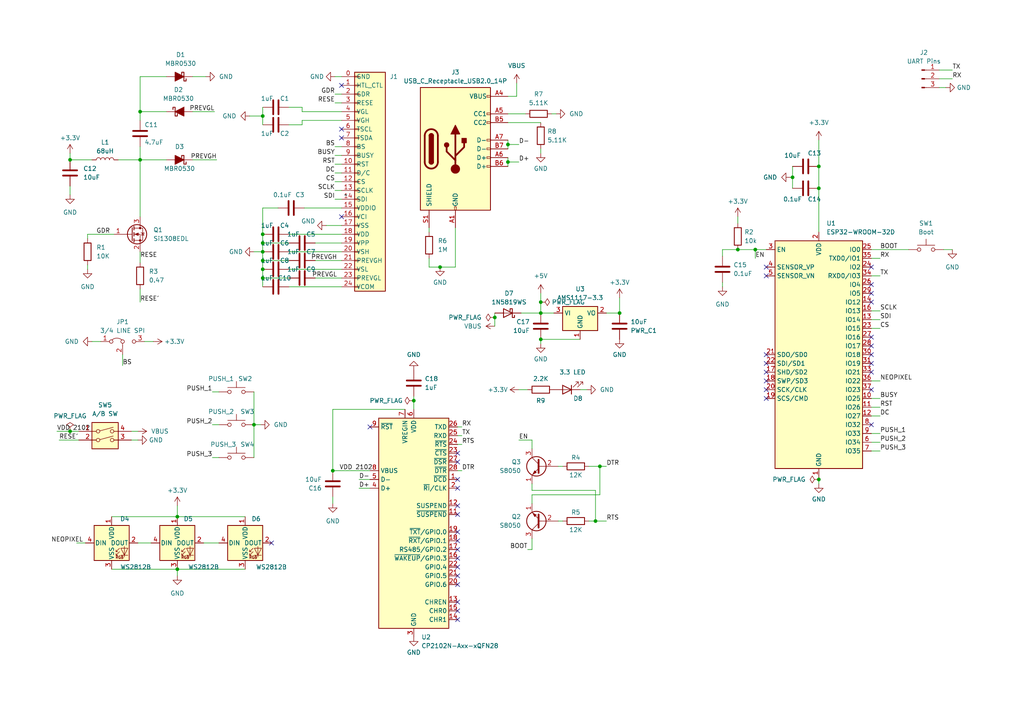
<source format=kicad_sch>
(kicad_sch (version 20230121) (generator eeschema)
  (paper "A4")
  (lib_symbols
    (symbol "Connector:Conn_01x03_Pin" (pin_names (offset 1.016) hide)
      (property "Reference" "J" (at 0 5.08 0))
      (property "Value" "Conn_01x03_Pin" (at 0 -5.08 0))
      (symbol "Conn_01x03_Pin_1_1"
        (pin passive line (at 5.08 2.54 180) (length 3.81) (name "Pin_1") (number "1"))
        (pin passive line (at 5.08 0 180) (length 3.81) (name "Pin_2") (number "2"))
        (pin passive line (at 5.08 -2.54 180) (length 3.81) (name "Pin_3") (number "3"))
      )
    )
    (symbol "Connector:USB_C_Receptacle_USB2.0_14P" (pin_names (offset 1.016))
      (property "Reference" "J" (at 0 22.225 0))
      (property "Value" "USB_C_Receptacle_USB2.0_14P" (at 0 19.685 0))
      (symbol "USB_C_Receptacle_USB2.0_14P_1_1"
        (pin passive line (at 0 -22.86 90) (length 5.08) (name "GND") (number "A1"))
        (pin passive line (at 0 -22.86 90) (length 5.08) hide (name "GND") (number "A12"))
        (pin passive line (at 15.24 15.24 180) (length 5.08) (name "VBUS") (number "A4"))
        (pin bidirectional line (at 15.24 10.16 180) (length 5.08) (name "CC1") (number "A5"))
        (pin bidirectional line (at 15.24 -2.54 180) (length 5.08) (name "D+") (number "A6"))
        (pin bidirectional line (at 15.24 2.54 180) (length 5.08) (name "D-") (number "A7"))
        (pin passive line (at 15.24 15.24 180) (length 5.08) hide (name "VBUS") (number "A9"))
        (pin passive line (at 0 -22.86 90) (length 5.08) hide (name "GND") (number "B1"))
        (pin passive line (at 0 -22.86 90) (length 5.08) hide (name "GND") (number "B12"))
        (pin passive line (at 15.24 15.24 180) (length 5.08) hide (name "VBUS") (number "B4"))
        (pin bidirectional line (at 15.24 7.62 180) (length 5.08) (name "CC2") (number "B5"))
        (pin bidirectional line (at 15.24 -5.08 180) (length 5.08) (name "D+") (number "B6"))
        (pin bidirectional line (at 15.24 0 180) (length 5.08) (name "D-") (number "B7"))
        (pin passive line (at 15.24 15.24 180) (length 5.08) hide (name "VBUS") (number "B9"))
        (pin passive line (at -7.62 -22.86 90) (length 5.08) (name "SHIELD") (number "S1"))
      )
    )
    (symbol "Device:C" (pin_numbers hide) (pin_names (offset 0.254))
      (property "Reference" "C" (at 0.635 2.54 0))
      (property "Value" "C" (at 0.635 -2.54 0))
      (symbol "C_1_1"
        (pin passive line (at 0 3.81 270) (length 2.794) (name "~") (number "1"))
        (pin passive line (at 0 -3.81 90) (length 2.794) (name "~") (number "2"))
      )
    )
    (symbol "Device:L" (pin_numbers hide) (pin_names (offset 1.016) hide)
      (property "Reference" "L" (at -1.27 0 90))
      (property "Value" "L" (at 1.905 0 90))
      (symbol "L_1_1"
        (pin passive line (at 0 3.81 270) (length 1.27) (name "1") (number "1"))
        (pin passive line (at 0 -3.81 90) (length 1.27) (name "2") (number "2"))
      )
    )
    (symbol "Device:LED" (pin_numbers hide) (pin_names (offset 1.016) hide)
      (property "Reference" "D" (at 0 2.54 0))
      (property "Value" "LED" (at 0 -2.54 0))
      (symbol "LED_1_1"
        (pin passive line (at -3.81 0 0) (length 2.54) (name "K") (number "1"))
        (pin passive line (at 3.81 0 180) (length 2.54) (name "A") (number "2"))
      )
    )
    (symbol "Device:R" (pin_numbers hide) (pin_names (offset 0))
      (property "Reference" "R" (at 2.032 0 90))
      (property "Value" "R" (at 0 0 90))
      (symbol "R_1_1"
        (pin passive line (at 0 3.81 270) (length 1.27) (name "~") (number "1"))
        (pin passive line (at 0 -3.81 90) (length 1.27) (name "~") (number "2"))
      )
    )
    (symbol "Diode:1N5819WS" (pin_numbers hide) (pin_names (offset 1.016) hide)
      (property "Reference" "D" (at 0 2.54 0))
      (property "Value" "1N5819WS" (at 0 -2.54 0))
      (symbol "1N5819WS_1_1"
        (pin passive line (at -3.81 0 0) (length 2.54) (name "K") (number "1"))
        (pin passive line (at 3.81 0 180) (length 2.54) (name "A") (number "2"))
      )
    )
    (symbol "Interface_USB:CP2102N-Axx-xQFN28"
      (property "Reference" "U" (at -8.89 31.75 0))
      (property "Value" "CP2102N-Axx-xQFN28" (at 12.7 31.75 0))
      (symbol "CP2102N-Axx-xQFN28_1_1"
        (pin input line (at 12.7 12.7 180) (length 2.54) (name "~{DCD}") (number "1"))
        (pin no_connect line (at -10.16 -27.94 0) (length 2.54) hide (name "NC") (number "10"))
        (pin output line (at 12.7 2.54 180) (length 2.54) (name "~{SUSPEND}") (number "11"))
        (pin output line (at 12.7 5.08 180) (length 2.54) (name "SUSPEND") (number "12"))
        (pin output line (at 12.7 -22.86 180) (length 2.54) (name "CHREN") (number "13"))
        (pin output line (at 12.7 -27.94 180) (length 2.54) (name "CHR1") (number "14"))
        (pin output line (at 12.7 -25.4 180) (length 2.54) (name "CHR0") (number "15"))
        (pin bidirectional line (at 12.7 -10.16 180) (length 2.54) (name "~{WAKEUP}/GPIO.3") (number "16"))
        (pin bidirectional line (at 12.7 -7.62 180) (length 2.54) (name "RS485/GPIO.2") (number "17"))
        (pin bidirectional line (at 12.7 -5.08 180) (length 2.54) (name "~{RXT}/GPIO.1") (number "18"))
        (pin bidirectional line (at 12.7 -2.54 180) (length 2.54) (name "~{TXT}/GPIO.0") (number "19"))
        (pin bidirectional line (at 12.7 10.16 180) (length 2.54) (name "~{RI}/CLK") (number "2"))
        (pin bidirectional line (at 12.7 -17.78 180) (length 2.54) (name "GPIO.6") (number "20"))
        (pin bidirectional line (at 12.7 -15.24 180) (length 2.54) (name "GPIO.5") (number "21"))
        (pin bidirectional line (at 12.7 -12.7 180) (length 2.54) (name "GPIO.4") (number "22"))
        (pin input line (at 12.7 20.32 180) (length 2.54) (name "~{CTS}") (number "23"))
        (pin output line (at 12.7 22.86 180) (length 2.54) (name "~{RTS}") (number "24"))
        (pin input line (at 12.7 25.4 180) (length 2.54) (name "RXD") (number "25"))
        (pin output line (at 12.7 27.94 180) (length 2.54) (name "TXD") (number "26"))
        (pin input line (at 12.7 17.78 180) (length 2.54) (name "~{DSR}") (number "27"))
        (pin output line (at 12.7 15.24 180) (length 2.54) (name "~{DTR}") (number "28"))
        (pin passive line (at 0 -33.02 90) (length 2.54) hide (name "GND") (number "29"))
        (pin power_in line (at 0 -33.02 90) (length 2.54) (name "GND") (number "3"))
        (pin bidirectional line (at -12.7 10.16 0) (length 2.54) (name "D+") (number "4"))
        (pin bidirectional line (at -12.7 12.7 0) (length 2.54) (name "D-") (number "5"))
        (pin power_in line (at 0 33.02 270) (length 2.54) (name "VDD") (number "6"))
        (pin power_in line (at -2.54 33.02 270) (length 2.54) (name "VREGIN") (number "7"))
        (pin input line (at -12.7 15.24 0) (length 2.54) (name "VBUS") (number "8"))
        (pin input line (at -12.7 27.94 0) (length 2.54) (name "~{RST}") (number "9"))
      )
    )
    (symbol "Jumper:Jumper_3_Bridged12" (pin_names (offset 0) hide)
      (property "Reference" "JP" (at -2.54 -2.54 0))
      (property "Value" "Jumper_3_Bridged12" (at 0 2.794 0))
      (symbol "Jumper_3_Bridged12_1_1"
        (pin passive line (at -6.35 0 0) (length 2.54) (name "A") (number "1"))
        (pin passive line (at 0 -3.81 90) (length 2.54) (name "C") (number "2"))
        (pin passive line (at 6.35 0 180) (length 2.54) (name "B") (number "3"))
      )
    )
    (symbol "LED:WS2812B" (pin_names (offset 0.254))
      (property "Reference" "D" (at 5.08 5.715 0))
      (property "Value" "WS2812B" (at 1.27 -5.715 0))
      (symbol "WS2812B_0_0"
        (text "RGB" (at 2.286 -4.191 0) (effects (font (size 0.762 0.762))))
      )
      (symbol "WS2812B_1_1"
        (pin power_in line (at 0 7.62 270) (length 2.54) (name "VDD") (number "1"))
        (pin output line (at 7.62 0 180) (length 2.54) (name "DOUT") (number "2"))
        (pin power_in line (at 0 -7.62 90) (length 2.54) (name "VSS") (number "3"))
        (pin input line (at -7.62 0 0) (length 2.54) (name "DIN") (number "4"))
      )
    )
    (symbol "PCM_Diode_Schottky_AKL:MBR0530" (pin_numbers hide) (pin_names (offset 1.016) hide)
      (property "Reference" "D" (at 0 5.08 0))
      (property "Value" "MBR0530" (at 0 2.54 0))
      (symbol "MBR0530_1_1"
        (pin passive line (at 3.81 0 180) (length 2.54) (name "K") (number "1"))
        (pin passive line (at -3.81 0 0) (length 2.54) (name "A") (number "2"))
      )
    )
    (symbol "RF_Module:ESP32-WROOM-32D"
      (property "Reference" "U" (at -12.7 34.29 0))
      (property "Value" "ESP32-WROOM-32D" (at 1.27 34.29 0))
      (symbol "ESP32-WROOM-32D_1_1"
        (pin power_in line (at 0 -35.56 90) (length 2.54) (name "GND") (number "1"))
        (pin bidirectional line (at 15.24 -12.7 180) (length 2.54) (name "IO25") (number "10"))
        (pin bidirectional line (at 15.24 -15.24 180) (length 2.54) (name "IO26") (number "11"))
        (pin bidirectional line (at 15.24 -17.78 180) (length 2.54) (name "IO27") (number "12"))
        (pin bidirectional line (at 15.24 10.16 180) (length 2.54) (name "IO14") (number "13"))
        (pin bidirectional line (at 15.24 15.24 180) (length 2.54) (name "IO12") (number "14"))
        (pin passive line (at 0 -35.56 90) (length 2.54) hide (name "GND") (number "15"))
        (pin bidirectional line (at 15.24 12.7 180) (length 2.54) (name "IO13") (number "16"))
        (pin bidirectional line (at -15.24 -5.08 0) (length 2.54) (name "SHD/SD2") (number "17"))
        (pin bidirectional line (at -15.24 -7.62 0) (length 2.54) (name "SWP/SD3") (number "18"))
        (pin bidirectional line (at -15.24 -12.7 0) (length 2.54) (name "SCS/CMD") (number "19"))
        (pin power_in line (at 0 35.56 270) (length 2.54) (name "VDD") (number "2"))
        (pin bidirectional line (at -15.24 -10.16 0) (length 2.54) (name "SCK/CLK") (number "20"))
        (pin bidirectional line (at -15.24 0 0) (length 2.54) (name "SDO/SD0") (number "21"))
        (pin bidirectional line (at -15.24 -2.54 0) (length 2.54) (name "SDI/SD1") (number "22"))
        (pin bidirectional line (at 15.24 7.62 180) (length 2.54) (name "IO15") (number "23"))
        (pin bidirectional line (at 15.24 25.4 180) (length 2.54) (name "IO2") (number "24"))
        (pin bidirectional line (at 15.24 30.48 180) (length 2.54) (name "IO0") (number "25"))
        (pin bidirectional line (at 15.24 20.32 180) (length 2.54) (name "IO4") (number "26"))
        (pin bidirectional line (at 15.24 5.08 180) (length 2.54) (name "IO16") (number "27"))
        (pin bidirectional line (at 15.24 2.54 180) (length 2.54) (name "IO17") (number "28"))
        (pin bidirectional line (at 15.24 17.78 180) (length 2.54) (name "IO5") (number "29"))
        (pin input line (at -15.24 30.48 0) (length 2.54) (name "EN") (number "3"))
        (pin bidirectional line (at 15.24 0 180) (length 2.54) (name "IO18") (number "30"))
        (pin bidirectional line (at 15.24 -2.54 180) (length 2.54) (name "IO19") (number "31"))
        (pin no_connect line (at -12.7 -27.94 0) (length 2.54) hide (name "NC") (number "32"))
        (pin bidirectional line (at 15.24 -5.08 180) (length 2.54) (name "IO21") (number "33"))
        (pin bidirectional line (at 15.24 22.86 180) (length 2.54) (name "RXD0/IO3") (number "34"))
        (pin bidirectional line (at 15.24 27.94 180) (length 2.54) (name "TXD0/IO1") (number "35"))
        (pin bidirectional line (at 15.24 -7.62 180) (length 2.54) (name "IO22") (number "36"))
        (pin bidirectional line (at 15.24 -10.16 180) (length 2.54) (name "IO23") (number "37"))
        (pin passive line (at 0 -35.56 90) (length 2.54) hide (name "GND") (number "38"))
        (pin passive line (at 0 -35.56 90) (length 2.54) hide (name "GND") (number "39"))
        (pin input line (at -15.24 25.4 0) (length 2.54) (name "SENSOR_VP") (number "4"))
        (pin input line (at -15.24 22.86 0) (length 2.54) (name "SENSOR_VN") (number "5"))
        (pin input line (at 15.24 -25.4 180) (length 2.54) (name "IO34") (number "6"))
        (pin input line (at 15.24 -27.94 180) (length 2.54) (name "IO35") (number "7"))
        (pin bidirectional line (at 15.24 -20.32 180) (length 2.54) (name "IO32") (number "8"))
        (pin bidirectional line (at 15.24 -22.86 180) (length 2.54) (name "IO33") (number "9"))
      )
    )
    (symbol "Regulator_Linear:AMS1117-3.3"
      (property "Reference" "U" (at -3.81 3.175 0))
      (property "Value" "AMS1117-3.3" (at 0 3.175 0))
      (symbol "AMS1117-3.3_1_1"
        (pin power_in line (at 0 -7.62 90) (length 2.54) (name "GND") (number "1"))
        (pin power_out line (at 7.62 0 180) (length 2.54) (name "VO") (number "2"))
        (pin power_in line (at -7.62 0 0) (length 2.54) (name "VI") (number "3"))
      )
    )
    (symbol "Rik_Custom:PFC24-0.5MM"
      (property "Reference" "J1" (at 12.7 34.29 0))
      (property "Value" "~" (at 0 0 0))
      (symbol "PFC24-0.5MM_1_1"
        (pin passive line (at -1.27 34.29 0) (length 3.81) (name "GND") (number "0"))
        (pin passive line (at -1.27 31.75 0) (length 3.81) (name "HTL_CTL") (number "1"))
        (pin passive line (at -1.27 8.89 0) (length 3.81) (name "RST") (number "10"))
        (pin passive line (at -1.27 6.35 0) (length 3.81) (name "D/C") (number "11"))
        (pin passive line (at -1.27 3.81 0) (length 3.81) (name "CS") (number "12"))
        (pin passive line (at -1.27 1.27 0) (length 3.81) (name "SCLK") (number "13"))
        (pin passive line (at -1.27 -1.27 0) (length 3.81) (name "SDI") (number "14"))
        (pin passive line (at -1.27 -3.81 0) (length 3.81) (name "VDDIO") (number "15"))
        (pin passive line (at -1.27 -6.35 0) (length 3.81) (name "VCI") (number "16"))
        (pin passive line (at -1.27 -8.89 0) (length 3.81) (name "VSS") (number "17"))
        (pin passive line (at -1.27 -11.43 0) (length 3.81) (name "VDD") (number "18"))
        (pin passive line (at -1.27 -13.97 0) (length 3.81) (name "VPP") (number "19"))
        (pin passive line (at -1.27 29.21 0) (length 3.81) (name "GDR") (number "2"))
        (pin passive line (at -1.27 -16.51 0) (length 3.81) (name "VSH") (number "20"))
        (pin passive line (at -1.27 -19.05 0) (length 3.81) (name "PREVGH") (number "21"))
        (pin passive line (at -1.27 -21.59 0) (length 3.81) (name "VSL") (number "22"))
        (pin passive line (at -1.27 -24.13 0) (length 3.81) (name "PREVGL") (number "23"))
        (pin passive line (at -1.27 -26.67 0) (length 3.81) (name "VCOM") (number "24"))
        (pin passive line (at -1.27 26.67 0) (length 3.81) (name "RESE") (number "3"))
        (pin passive line (at -1.27 24.13 0) (length 3.81) (name "VGL") (number "4"))
        (pin passive line (at -1.27 21.59 0) (length 3.81) (name "VGH") (number "5"))
        (pin passive line (at -1.27 19.05 0) (length 3.81) (name "TSCL") (number "6"))
        (pin passive line (at -1.27 16.51 0) (length 3.81) (name "TSDA") (number "7"))
        (pin passive line (at -1.27 13.97 0) (length 3.81) (name "BS") (number "8"))
        (pin passive line (at -1.27 11.43 0) (length 3.81) (name "BUSY") (number "9"))
      )
    )
    (symbol "Switch:SW_DIP_x02" (pin_names (offset 0) hide)
      (property "Reference" "SW" (at 0 6.35 0))
      (property "Value" "SW_DIP_x02" (at 0 -3.81 0))
      (symbol "SW_DIP_x02_1_1"
        (pin passive line (at -7.62 2.54 0) (length 5.08) (name "~") (number "1"))
        (pin passive line (at -7.62 0 0) (length 5.08) (name "~") (number "2"))
        (pin passive line (at 7.62 0 180) (length 5.08) (name "~") (number "3"))
        (pin passive line (at 7.62 2.54 180) (length 5.08) (name "~") (number "4"))
      )
    )
    (symbol "Switch:SW_Push" (pin_numbers hide) (pin_names (offset 1.016) hide)
      (property "Reference" "SW" (at 1.27 2.54 0))
      (property "Value" "SW_Push" (at 0 -1.524 0))
      (symbol "SW_Push_0_1"
        (pin passive line (at -5.08 0 0) (length 2.54) (name "1") (number "1"))
        (pin passive line (at 5.08 0 180) (length 2.54) (name "2") (number "2"))
      )
    )
    (symbol "Transistor_BJT:S8050" (pin_names (offset 0) hide)
      (property "Reference" "Q" (at 5.08 1.905 0))
      (property "Value" "S8050" (at 5.08 0 0))
      (symbol "S8050_1_1"
        (pin passive line (at 2.54 -5.08 90) (length 2.54) (name "E") (number "1"))
        (pin input line (at -5.08 0 0) (length 5.08) (name "B") (number "2"))
        (pin passive line (at 2.54 5.08 270) (length 2.54) (name "C") (number "3"))
      )
    )
    (symbol "Transistor_FET:Si1308EDL" (pin_names hide)
      (property "Reference" "Q" (at 5.08 1.905 0))
      (property "Value" "Si1308EDL" (at 5.08 0 0))
      (symbol "Si1308EDL_1_1"
        (pin input line (at -5.08 0 0) (length 2.54) (name "G") (number "1"))
        (pin passive line (at 2.54 -5.08 90) (length 2.54) (name "S") (number "2"))
        (pin passive line (at 2.54 5.08 270) (length 2.54) (name "D") (number "3"))
      )
    )
    (symbol "power:+3.3V" (power) (pin_names (offset 0))
      (property "Value" "+3.3V" (at 0 3.556 0))
      (symbol "+3.3V_1_1"
        (pin power_in line (at 0 0 90) (length 0) hide (name "+3.3V") (number "1"))
      )
    )
    (symbol "power:+5V" (power) (pin_names (offset 0))
      (property "Value" "+5V" (at 0 3.556 0))
      (symbol "+5V_1_1"
        (pin power_in line (at 0 0 90) (length 0) hide (name "+5V") (number "1"))
      )
    )
    (symbol "power:GND" (power) (pin_names (offset 0))
      (property "Value" "GND" (at 0 -3.81 0))
      (symbol "GND_1_1"
        (pin power_in line (at 0 0 270) (length 0) hide (name "GND") (number "1"))
      )
    )
    (symbol "power:PWR_FLAG" (power) (pin_numbers hide) (pin_names (offset 0) hide)
      (property "Value" "PWR_FLAG" (at 0 3.81 0))
      (symbol "PWR_FLAG_0_0"
        (pin power_out line (at 0 0 90) (length 0) (name "pwr") (number "1"))
      )
    )
    (symbol "power:VBUS" (power) (pin_names (offset 0))
      (property "Value" "VBUS" (at 0 3.81 0))
      (symbol "VBUS_1_1"
        (pin power_in line (at 0 0 90) (length 0) hide (name "VBUS") (number "1"))
      )
    )
  )
  (junction (at 76.2 73.025))
  (junction (at 96.52 136.525))
  (junction (at 51.435 165.1))
  (junction (at 229.87 51.435))
  (junction (at 76.2 33.655))
  (junction (at 143.51 92.075))
  (junction (at 76.2 78.105))
  (junction (at 173.99 135.255))
  (junction (at 172.72 151.13))
  (junction (at 76.2 80.645))
  (junction (at 51.435 149.86))
  (junction (at 40.64 46.355))
  (junction (at 147.32 46.99))
  (junction (at 237.49 139.065))
  (junction (at 156.845 87.63))
  (junction (at 179.705 90.805))
  (junction (at 20.32 125.095))
  (junction (at 40.64 32.385))
  (junction (at 213.995 72.39))
  (junction (at 147.32 41.91))
  (junction (at 219.075 72.39))
  (junction (at 237.49 54.61))
  (junction (at 73.66 123.19))
  (junction (at 120.015 116.205))
  (junction (at 20.32 46.355))
  (junction (at 237.49 48.26))
  (junction (at 156.845 90.805))
  (junction (at 156.845 98.425))
  (junction (at 76.2 67.945))
  (junction (at 76.2 70.485))
  (junction (at 127.635 77.47))
  (junction (at 76.2 75.565))
  (no_connect (at 252.73 102.87))
  (no_connect (at 132.715 161.925))
  (no_connect (at 132.715 179.705))
  (no_connect (at 99.06 24.765))
  (no_connect (at 132.715 174.625))
  (no_connect (at 222.25 77.47))
  (no_connect (at 132.715 133.985))
  (no_connect (at 252.73 100.33))
  (no_connect (at 132.715 159.385))
  (no_connect (at 222.25 107.95))
  (no_connect (at 132.715 131.445))
  (no_connect (at 132.715 167.005))
  (no_connect (at 132.715 149.225))
  (no_connect (at 99.06 37.465))
  (no_connect (at 132.715 154.305))
  (no_connect (at 252.73 123.19))
  (no_connect (at 132.715 146.685))
  (no_connect (at 132.715 156.845))
  (no_connect (at 132.715 164.465))
  (no_connect (at 252.73 113.03))
  (no_connect (at 99.06 62.865))
  (no_connect (at 222.25 105.41))
  (no_connect (at 107.315 123.825))
  (no_connect (at 222.25 115.57))
  (no_connect (at 252.73 85.09))
  (no_connect (at 132.715 169.545))
  (no_connect (at 252.73 77.47))
  (no_connect (at 252.73 87.63))
  (no_connect (at 132.715 141.605))
  (no_connect (at 132.715 177.165))
  (no_connect (at 222.25 110.49))
  (no_connect (at 99.06 40.005))
  (no_connect (at 222.25 102.87))
  (no_connect (at 252.73 105.41))
  (no_connect (at 78.74 157.48))
  (no_connect (at 222.25 113.03))
  (no_connect (at 252.73 82.55))
  (no_connect (at 132.715 139.065))
  (no_connect (at 252.73 107.95))
  (no_connect (at 252.73 97.79))
  (no_connect (at 222.25 80.01))
  (wire (pts (xy 237.49 40.64) (xy 237.49 48.26)))
  (wire (pts (xy 40.64 42.545) (xy 40.64 46.355)))
  (wire (pts (xy 150.495 127.635) (xy 154.305 127.635)))
  (wire (pts (xy 209.55 72.39) (xy 209.55 74.295)))
  (wire (pts (xy 97.155 57.785) (xy 99.06 57.785)))
  (wire (pts (xy 237.49 138.43) (xy 237.49 139.065)))
  (wire (pts (xy 143.51 90.805) (xy 143.51 92.075)))
  (wire (pts (xy 25.4 69.215) (xy 25.4 67.945)))
  (wire (pts (xy 38.1 127.635) (xy 40.005 127.635)))
  (wire (pts (xy 76.2 33.655) (xy 76.2 36.195)))
  (wire (pts (xy 272.415 25.4) (xy 274.32 25.4)))
  (wire (pts (xy 252.73 120.65) (xy 255.27 120.65)))
  (wire (pts (xy 55.88 22.225) (xy 59.69 22.225)))
  (wire (pts (xy 229.87 48.26) (xy 229.87 51.435)))
  (wire (pts (xy 73.66 73.025) (xy 76.2 73.025)))
  (wire (pts (xy 25.4 76.835) (xy 25.4 78.105)))
  (wire (pts (xy 83.82 36.195) (xy 87.63 36.195)))
  (wire (pts (xy 132.715 126.365) (xy 133.985 126.365)))
  (wire (pts (xy 76.2 75.565) (xy 83.82 75.565)))
  (wire (pts (xy 76.2 78.105) (xy 76.2 80.645)))
  (wire (pts (xy 97.155 55.245) (xy 99.06 55.245)))
  (wire (pts (xy 51.435 149.86) (xy 71.12 149.86)))
  (wire (pts (xy 104.14 139.065) (xy 107.315 139.065)))
  (wire (pts (xy 59.055 157.48) (xy 63.5 157.48)))
  (wire (pts (xy 147.32 27.94) (xy 149.86 27.94)))
  (wire (pts (xy 40.64 34.925) (xy 40.64 32.385)))
  (wire (pts (xy 40.64 46.355) (xy 40.64 62.865)))
  (wire (pts (xy 41.91 99.06) (xy 44.45 99.06)))
  (wire (pts (xy 76.2 80.645) (xy 76.2 83.185)))
  (wire (pts (xy 20.32 53.975) (xy 20.32 56.515)))
  (wire (pts (xy 237.49 48.26) (xy 237.49 54.61)))
  (wire (pts (xy 76.2 73.025) (xy 76.2 75.565)))
  (wire (pts (xy 38.1 125.095) (xy 40.005 125.095)))
  (wire (pts (xy 252.73 115.57) (xy 255.27 115.57)))
  (wire (pts (xy 154.305 127.635) (xy 154.305 130.175)))
  (wire (pts (xy 40.64 46.355) (xy 48.26 46.355)))
  (wire (pts (xy 96.52 136.525) (xy 107.315 136.525)))
  (wire (pts (xy 213.995 72.39) (xy 219.075 72.39)))
  (wire (pts (xy 147.32 41.91) (xy 147.32 43.18)))
  (wire (pts (xy 252.73 130.81) (xy 255.27 130.81)))
  (wire (pts (xy 150.495 113.03) (xy 153.035 113.03)))
  (wire (pts (xy 272.415 20.32) (xy 276.225 20.32)))
  (wire (pts (xy 172.72 151.13) (xy 175.895 151.13)))
  (wire (pts (xy 40.64 83.82) (xy 40.64 87.63)))
  (wire (pts (xy 147.32 40.64) (xy 147.32 41.91)))
  (wire (pts (xy 273.685 72.39) (xy 276.225 72.39)))
  (wire (pts (xy 76.2 70.485) (xy 76.2 73.025)))
  (wire (pts (xy 117.475 118.745) (xy 96.52 118.745)))
  (wire (pts (xy 252.73 110.49) (xy 255.27 110.49)))
  (wire (pts (xy 156.845 43.18) (xy 156.845 44.45)))
  (wire (pts (xy 34.29 46.355) (xy 40.64 46.355)))
  (wire (pts (xy 104.14 141.605) (xy 107.315 141.605)))
  (wire (pts (xy 124.46 74.93) (xy 124.46 77.47)))
  (wire (pts (xy 83.82 31.115) (xy 87.63 31.115)))
  (wire (pts (xy 209.55 81.915) (xy 209.55 83.185)))
  (wire (pts (xy 132.715 128.905) (xy 133.985 128.905)))
  (wire (pts (xy 97.155 27.305) (xy 99.06 27.305)))
  (wire (pts (xy 252.73 92.71) (xy 255.27 92.71)))
  (wire (pts (xy 147.32 46.99) (xy 150.495 46.99)))
  (wire (pts (xy 73.66 123.19) (xy 73.66 132.715)))
  (wire (pts (xy 132.08 77.47) (xy 127.635 77.47)))
  (wire (pts (xy 76.2 70.485) (xy 83.82 70.485)))
  (wire (pts (xy 147.32 35.56) (xy 156.845 35.56)))
  (wire (pts (xy 76.2 33.655) (xy 76.2 31.115)))
  (wire (pts (xy 97.155 47.625) (xy 99.06 47.625)))
  (wire (pts (xy 76.2 67.945) (xy 76.2 70.485)))
  (wire (pts (xy 40.64 32.385) (xy 40.64 22.225)))
  (wire (pts (xy 124.46 77.47) (xy 127.635 77.47)))
  (wire (pts (xy 40.64 22.225) (xy 48.26 22.225)))
  (wire (pts (xy 156.845 98.425) (xy 156.845 99.695)))
  (wire (pts (xy 156.845 85.09) (xy 156.845 87.63)))
  (wire (pts (xy 61.595 113.665) (xy 63.5 113.665)))
  (wire (pts (xy 97.155 52.705) (xy 99.06 52.705)))
  (wire (pts (xy 173.99 143.51) (xy 173.99 135.255)))
  (wire (pts (xy 51.435 165.1) (xy 51.435 167.005)))
  (wire (pts (xy 229.235 51.435) (xy 229.87 51.435)))
  (wire (pts (xy 219.075 74.93) (xy 219.075 72.39)))
  (wire (pts (xy 32.385 149.86) (xy 51.435 149.86)))
  (wire (pts (xy 252.73 80.01) (xy 255.27 80.01)))
  (wire (pts (xy 229.87 51.435) (xy 229.87 54.61)))
  (wire (pts (xy 97.155 42.545) (xy 99.06 42.545)))
  (wire (pts (xy 252.73 128.27) (xy 255.27 128.27)))
  (wire (pts (xy 237.49 139.065) (xy 237.49 140.335)))
  (wire (pts (xy 87.63 34.925) (xy 99.06 34.925)))
  (wire (pts (xy 252.73 90.17) (xy 255.27 90.17)))
  (wire (pts (xy 72.39 33.655) (xy 76.2 33.655)))
  (wire (pts (xy 83.82 78.105) (xy 99.06 78.105)))
  (wire (pts (xy 252.73 74.93) (xy 255.27 74.93)))
  (wire (pts (xy 20.32 125.095) (xy 22.86 125.095)))
  (wire (pts (xy 170.815 151.13) (xy 172.72 151.13)))
  (wire (pts (xy 17.145 127.635) (xy 22.86 127.635)))
  (wire (pts (xy 147.32 41.91) (xy 150.495 41.91)))
  (wire (pts (xy 97.155 22.225) (xy 99.06 22.225)))
  (wire (pts (xy 97.155 29.845) (xy 99.06 29.845)))
  (wire (pts (xy 91.44 70.485) (xy 99.06 70.485)))
  (wire (pts (xy 76.2 75.565) (xy 76.2 78.105)))
  (wire (pts (xy 16.51 125.095) (xy 20.32 125.095)))
  (wire (pts (xy 83.82 83.185) (xy 99.06 83.185)))
  (wire (pts (xy 156.845 98.425) (xy 168.275 98.425)))
  (wire (pts (xy 91.44 80.645) (xy 99.06 80.645)))
  (wire (pts (xy 179.705 86.36) (xy 179.705 90.805)))
  (wire (pts (xy 154.305 143.51) (xy 154.305 146.05)))
  (wire (pts (xy 120.015 116.205) (xy 120.015 118.745)))
  (wire (pts (xy 237.49 54.61) (xy 237.49 67.31)))
  (wire (pts (xy 124.46 66.04) (xy 124.46 67.31)))
  (wire (pts (xy 40.005 157.48) (xy 43.815 157.48)))
  (wire (pts (xy 147.32 46.99) (xy 147.32 48.26)))
  (wire (pts (xy 154.305 143.51) (xy 173.99 143.51)))
  (wire (pts (xy 154.305 142.24) (xy 172.72 142.24)))
  (wire (pts (xy 147.32 45.72) (xy 147.32 46.99)))
  (wire (pts (xy 87.63 32.385) (xy 99.06 32.385)))
  (wire (pts (xy 151.13 90.805) (xy 156.845 90.805)))
  (wire (pts (xy 88.265 60.325) (xy 99.06 60.325)))
  (wire (pts (xy 91.44 75.565) (xy 99.06 75.565)))
  (wire (pts (xy 83.82 73.025) (xy 99.06 73.025)))
  (wire (pts (xy 143.51 92.075) (xy 143.51 94.615)))
  (wire (pts (xy 40.64 32.385) (xy 48.26 32.385)))
  (wire (pts (xy 153.035 159.385) (xy 154.305 159.385)))
  (wire (pts (xy 154.305 159.385) (xy 154.305 156.21)))
  (wire (pts (xy 160.02 33.02) (xy 161.29 33.02)))
  (wire (pts (xy 132.08 66.04) (xy 132.08 77.47)))
  (wire (pts (xy 25.4 67.945) (xy 33.02 67.945)))
  (wire (pts (xy 209.55 72.39) (xy 213.995 72.39)))
  (wire (pts (xy 156.845 87.63) (xy 156.845 90.805)))
  (wire (pts (xy 175.895 90.805) (xy 179.705 90.805)))
  (wire (pts (xy 32.385 165.1) (xy 51.435 165.1)))
  (wire (pts (xy 55.88 46.355) (xy 62.865 46.355)))
  (wire (pts (xy 35.56 102.87) (xy 35.56 106.045)))
  (wire (pts (xy 22.225 157.48) (xy 24.765 157.48)))
  (wire (pts (xy 170.815 135.255) (xy 173.99 135.255)))
  (wire (pts (xy 252.73 72.39) (xy 263.525 72.39)))
  (wire (pts (xy 219.075 72.39) (xy 222.25 72.39)))
  (wire (pts (xy 40.64 73.025) (xy 40.64 76.2)))
  (wire (pts (xy 76.2 80.645) (xy 83.82 80.645)))
  (wire (pts (xy 61.595 132.715) (xy 63.5 132.715)))
  (wire (pts (xy 149.86 27.94) (xy 149.86 24.13)))
  (wire (pts (xy 252.73 95.25) (xy 255.27 95.25)))
  (wire (pts (xy 26.67 99.06) (xy 29.21 99.06)))
  (wire (pts (xy 73.66 123.19) (xy 75.565 123.19)))
  (wire (pts (xy 51.435 146.685) (xy 51.435 149.86)))
  (wire (pts (xy 132.715 123.825) (xy 133.985 123.825)))
  (wire (pts (xy 147.32 33.02) (xy 152.4 33.02)))
  (wire (pts (xy 172.72 142.24) (xy 172.72 151.13)))
  (wire (pts (xy 20.32 46.355) (xy 26.67 46.355)))
  (wire (pts (xy 76.2 60.325) (xy 76.2 67.945)))
  (wire (pts (xy 252.73 125.73) (xy 255.27 125.73)))
  (wire (pts (xy 73.66 113.665) (xy 73.66 123.19)))
  (wire (pts (xy 154.305 142.24) (xy 154.305 140.335)))
  (wire (pts (xy 161.925 135.255) (xy 163.195 135.255)))
  (wire (pts (xy 76.2 60.325) (xy 80.645 60.325)))
  (wire (pts (xy 168.275 113.03) (xy 170.18 113.03)))
  (wire (pts (xy 55.88 32.385) (xy 62.23 32.385)))
  (wire (pts (xy 272.415 22.86) (xy 276.225 22.86)))
  (wire (pts (xy 51.435 165.1) (xy 71.12 165.1)))
  (wire (pts (xy 87.63 31.115) (xy 87.63 32.385)))
  (wire (pts (xy 87.63 36.195) (xy 87.63 34.925)))
  (wire (pts (xy 120.015 114.935) (xy 120.015 116.205)))
  (wire (pts (xy 96.52 144.145) (xy 96.52 146.05)))
  (wire (pts (xy 97.155 50.165) (xy 99.06 50.165)))
  (wire (pts (xy 173.99 135.255) (xy 175.895 135.255)))
  (wire (pts (xy 161.925 151.13) (xy 163.195 151.13)))
  (wire (pts (xy 96.52 118.745) (xy 96.52 136.525)))
  (wire (pts (xy 61.595 123.19) (xy 63.5 123.19)))
  (wire (pts (xy 83.82 67.945) (xy 99.06 67.945)))
  (wire (pts (xy 156.845 90.805) (xy 160.655 90.805)))
  (wire (pts (xy 252.73 118.11) (xy 255.27 118.11)))
  (wire (pts (xy 97.155 45.085) (xy 99.06 45.085)))
  (wire (pts (xy 213.995 62.865) (xy 213.995 64.77)))
  (wire (pts (xy 94.615 65.405) (xy 99.06 65.405)))
  (wire (pts (xy 20.32 44.45) (xy 20.32 46.355)))
  (wire (pts (xy 132.715 136.525) (xy 133.985 136.525)))
  (label "PREVGL" (at 97.79 80.645 180))
  (label "SCLK" (at 97.155 55.245 180))
  (label "NEOPIXEL" (at 24.13 157.48 180))
  (label "DTR" (at 175.895 135.255 0))
  (label "BS" (at 35.56 106.045 0))
  (label "NEOPIXEL" (at 255.27 110.49 0))
  (label "BUSY" (at 97.155 45.085 180))
  (label "TX" (at 133.985 126.365 0))
  (label "D-" (at 104.14 139.065 0))
  (label "PUSH_1" (at 61.595 113.665 180))
  (label "SDI" (at 255.27 92.71 0))
  (label "RX" (at 276.225 22.86 0))
  (label "RST" (at 97.155 47.625 180))
  (label "RTS" (at 175.895 151.13 0))
  (label "PUSH_1" (at 255.27 125.73 0))
  (label "BS" (at 97.155 42.545 180))
  (label "DC" (at 97.155 50.165 180))
  (label "PREVGL" (at 62.23 32.385 180))
  (label "D-" (at 150.495 41.91 0))
  (label "RESE" (at 40.64 74.93 0))
  (label "VDD 2102" (at 98.425 136.525 0))
  (label "GDR" (at 97.155 27.305 180))
  (label "RX" (at 133.985 123.825 0))
  (label "RESE'" (at 40.64 87.63 0))
  (label "TX" (at 276.225 20.32 0))
  (label "PUSH_2" (at 255.27 128.27 0))
  (label "RX" (at 255.27 74.93 0))
  (label "RESE" (at 97.155 29.845 180))
  (label "CS" (at 97.155 52.705 180))
  (label "EN" (at 219.075 74.93 0))
  (label "TX" (at 255.27 80.01 0))
  (label "SCLK" (at 255.27 90.17 0))
  (label "EN" (at 150.495 127.635 0))
  (label "DTR" (at 133.985 136.525 0))
  (label "RST" (at 255.27 118.11 0))
  (label "RTS" (at 133.985 128.905 0))
  (label "PUSH_2" (at 61.595 123.19 180))
  (label "PUSH_3" (at 255.27 130.81 0))
  (label "PREVGH" (at 62.865 46.355 180))
  (label "BUSY" (at 255.27 115.57 0))
  (label "D+" (at 150.495 46.99 0))
  (label "VDD 2102" (at 16.51 125.095 0))
  (label "SDI" (at 97.155 57.785 180))
  (label "CS" (at 255.27 95.25 0))
  (label "RESE'" (at 17.145 127.635 0))
  (label "GDR" (at 27.94 67.945 0))
  (label "DC" (at 255.27 120.65 0))
  (label "PUSH_3" (at 61.595 132.715 180))
  (label "D+" (at 104.14 141.605 0))
  (label "BOOT" (at 255.27 72.39 0))
  (label "PREVGH" (at 97.79 75.565 180))
  (label "BOOT" (at 153.035 159.385 180))
  (symbol (lib_id "Device:C") (at 209.55 78.105 180) (unit 1)
    (property "Reference" "C15" (at 212.725 76.835 0) (effects (justify right)))
    (property "Value" "0.1uF" (at 212.725 79.375 0) (effects (justify right)))
    (property "Footprint" "Capacitor_SMD:C_0201_0603Metric" (effects hide))
  )
  (symbol (lib_id "Device:R") (at 156.845 39.37 180) (unit 1)
    (property "Reference" "R8" (at 158.75 38.1 0) (effects (justify right)))
    (property "Value" "5.11K" (at 158.75 40.64 0) (effects (justify right)))
    (property "Footprint" "PCM_Resistor_SMD_AKL:R_0201_0603Metric" (effects hide))
  )
  (symbol (lib_id "power:+3.3V") (at 51.435 146.685 0) (unit 1)
    (property "Reference" "#PWR035" (effects hide))
    (property "Value" "+3.3V" (at 51.435 142.24 0))
  )
  (symbol (lib_id "PCM_Diode_Schottky_AKL:MBR0530") (at 52.07 22.225 0) (unit 1)
    (property "Reference" "D1" (at 52.3875 15.875 0))
    (property "Value" "MBR0530" (at 52.3875 18.415 0))
    (property "Footprint" "Diode_SMD:D_SOD-123" (effects hide))
    (property "Datasheet" "https://www.tme.eu/Document/e987606cc6458777179b56c0f188b5da/MBR0530T1G.PDF" (effects hide))
  )
  (symbol (lib_id "power:GND") (at 229.235 51.435 270) (unit 1)
    (property "Reference" "#PWR08" (effects hide))
    (property "Value" "GND" (at 225.425 51.435 90) (effects (justify right)))
  )
  (symbol (lib_id "power:+3.3V") (at 44.45 99.06 270) (unit 1)
    (property "Reference" "#PWR017" (effects hide))
    (property "Value" "+3.3V" (at 47.625 99.06 90) (effects (justify left)))
  )
  (symbol (lib_id "LED:WS2812B") (at 51.435 157.48 0) (unit 1)
    (property "Reference" "D5" (at 54.61 150.495 0))
    (property "Value" "WS2812B" (at 59.055 164.465 0))
    (property "Footprint" "LED_SMD:LED_WS2812B_PLCC4_5.0x5.0mm_P3.2mm" (effects hide))
    (property "Datasheet" "https://cdn-shop.adafruit.com/datasheets/WS2812B.pdf" (effects hide))
  )
  (symbol (lib_id "PCM_Diode_Schottky_AKL:MBR0530") (at 52.07 46.355 0) (unit 1)
    (property "Reference" "D3" (at 52.07 42.545 0))
    (property "Value" "MBR0530" (at 52.07 48.895 0))
    (property "Footprint" "Diode_SMD:D_SOD-123" (effects hide))
    (property "Datasheet" "https://www.tme.eu/Document/e987606cc6458777179b56c0f188b5da/MBR0530T1G.PDF" (effects hide))
  )
  (symbol (lib_id "Device:C") (at 80.01 67.945 90) (unit 1)
    (property "Reference" "C4" (at 82.55 65.405 90))
    (property "Value" "1uF" (at 77.47 65.405 90))
    (property "Footprint" "Capacitor_SMD:C_0201_0603Metric" (effects hide))
  )
  (symbol (lib_id "PCM_Diode_Schottky_AKL:MBR0530") (at 52.07 32.385 180) (unit 1)
    (property "Reference" "D2" (at 51.7525 26.035 0))
    (property "Value" "MBR0530" (at 51.7525 28.575 0))
    (property "Footprint" "Diode_SMD:D_SOD-123" (effects hide))
    (property "Datasheet" "https://www.tme.eu/Document/e987606cc6458777179b56c0f188b5da/MBR0530T1G.PDF" (effects hide))
  )
  (symbol (lib_id "Rik_Custom:PFC24-0.5MM") (at 100.33 56.515 0) (unit 1)
    (property "Reference" "J1" (at 113.03 22.225 0) (effects (justify left)))
    (property "Value" "~" (at 100.33 56.515 0))
    (property "Footprint" "Connector_FFC-FPC:Jushuo_AFC07-S24FCA-00_1x24-1MP_P0.50_Horizontal" (effects hide))
  )
  (symbol (lib_id "Device:C") (at 80.01 83.185 90) (unit 1)
    (property "Reference" "C10" (at 82.55 80.645 90))
    (property "Value" "1uF" (at 77.47 80.645 90))
    (property "Footprint" "Capacitor_SMD:C_0201_0603Metric" (effects hide))
  )
  (symbol (lib_id "power:GND") (at 127.635 77.47 0) (unit 1)
    (property "Reference" "#PWR020" (effects hide))
    (property "Value" "GND" (at 127.635 81.915 0))
  )
  (symbol (lib_id "Device:C") (at 233.68 54.61 90) (unit 1)
    (property "Reference" "C14" (at 236.22 57.785 90))
    (property "Value" "0.1uF" (at 229.87 57.785 90))
    (property "Footprint" "Capacitor_SMD:C_0201_0603Metric" (effects hide))
  )
  (symbol (lib_id "LED:WS2812B") (at 32.385 157.48 0) (unit 1)
    (property "Reference" "D4" (at 36.195 150.495 0))
    (property "Value" "WS2812B" (at 39.37 164.465 0))
    (property "Footprint" "LED_SMD:LED_WS2812B_PLCC4_5.0x5.0mm_P3.2mm" (effects hide))
    (property "Datasheet" "https://cdn-shop.adafruit.com/datasheets/WS2812B.pdf" (effects hide))
  )
  (symbol (lib_id "Device:R") (at 167.005 135.255 90) (unit 1)
    (property "Reference" "R4" (at 167.005 132.715 90))
    (property "Value" "12K" (at 167.005 137.795 90))
    (property "Footprint" "PCM_Resistor_SMD_AKL:R_0201_0603Metric" (effects hide))
  )
  (symbol (lib_id "LED:WS2812B") (at 71.12 157.48 0) (unit 1)
    (property "Reference" "D6" (at 74.295 150.495 0))
    (property "Value" "WS2812B" (at 78.74 164.465 0))
    (property "Footprint" "LED_SMD:LED_WS2812B_PLCC4_5.0x5.0mm_P3.2mm" (effects hide))
    (property "Datasheet" "https://cdn-shop.adafruit.com/datasheets/WS2812B.pdf" (effects hide))
  )
  (symbol (lib_id "Device:C") (at 80.01 73.025 90) (unit 1)
    (property "Reference" "C6" (at 82.55 70.485 90))
    (property "Value" "1uF" (at 77.47 70.485 90))
    (property "Footprint" "Capacitor_SMD:C_0201_0603Metric" (effects hide))
  )
  (symbol (lib_id "power:GND") (at 156.845 99.695 0) (unit 1)
    (property "Reference" "#PWR023" (effects hide))
    (property "Value" "GND" (at 156.845 104.14 0))
  )
  (symbol (lib_id "Device:R") (at 25.4 73.025 0) (unit 1)
    (property "Reference" "R1" (at 27.94 71.755 0) (effects (justify left)))
    (property "Value" "10K" (at 27.94 74.295 0) (effects (justify left)))
    (property "Footprint" "PCM_Resistor_SMD_AKL:R_0201_0603Metric" (effects hide))
  )
  (symbol (lib_id "Switch:SW_Push") (at 68.58 132.715 0) (unit 1)
    (property "Reference" "SW4" (at 71.755 128.905 0))
    (property "Value" "PUSH_3" (at 64.77 128.905 0))
    (property "Footprint" "Button_Switch_THT:SW_PUSH_6mm" (effects hide))
  )
  (symbol (lib_id "Device:C") (at 80.01 78.105 90) (unit 1)
    (property "Reference" "C8" (at 82.55 75.565 90))
    (property "Value" "1uF" (at 77.47 75.565 90))
    (property "Footprint" "Capacitor_SMD:C_0201_0603Metric" (effects hide))
  )
  (symbol (lib_id "power:GND") (at 209.55 83.185 0) (unit 1)
    (property "Reference" "#PWR09" (effects hide))
    (property "Value" "GND" (at 209.55 88.265 0))
  )
  (symbol (lib_id "power:GND") (at 96.52 146.05 0) (unit 1)
    (property "Reference" "#PWR019" (effects hide))
    (property "Value" "GND" (at 96.52 151.13 0))
  )
  (symbol (lib_id "Switch:SW_Push") (at 68.58 113.665 0) (unit 1)
    (property "Reference" "SW2" (at 71.12 109.855 0))
    (property "Value" "PUSH_1" (at 64.135 109.855 0))
    (property "Footprint" "Button_Switch_THT:SW_PUSH_6mm" (effects hide))
  )
  (symbol (lib_id "Connector:Conn_01x03_Pin") (at 267.335 22.86 0) (unit 1)
    (property "Reference" "J2" (at 267.97 15.24 0))
    (property "Value" "UART Pins" (at 267.97 17.78 0))
    (property "Footprint" "Connector_PinHeader_2.54mm:PinHeader_1x03_P2.54mm_Vertical" (effects hide))
  )
  (symbol (lib_id "power:VBUS") (at 40.005 125.095 270) (unit 1)
    (property "Reference" "#PWR031" (effects hide))
    (property "Value" "VBUS" (at 43.815 125.095 90) (effects (justify left)))
  )
  (symbol (lib_id "power:GND") (at 161.29 33.02 90) (unit 1)
    (property "Reference" "#PWR021" (effects hide))
    (property "Value" "GND" (at 165.1 33.02 90) (effects (justify right)))
  )
  (symbol (lib_id "Device:R") (at 156.845 113.03 90) (unit 1)
    (property "Reference" "R9" (at 156.845 116.205 90))
    (property "Value" "2.2K" (at 156.845 109.855 90))
    (property "Footprint" "PCM_Resistor_SMD_AKL:R_0201_0603Metric" (effects hide))
  )
  (symbol (lib_id "power:PWR_FLAG") (at 143.51 92.075 90) (unit 1)
    (property "Reference" "#FLG02" (effects hide))
    (property "Value" "PWR_FLAG" (at 139.7 92.075 90) (effects (justify left)))
  )
  (symbol (lib_id "Device:C") (at 156.845 94.615 0) (mirror x) (unit 1)
    (property "Reference" "C17" (at 153.67 93.345 0) (effects (justify right)))
    (property "Value" "10uF" (at 153.67 95.885 0) (effects (justify right)))
    (property "Footprint" "Capacitor_SMD:C_0201_0603Metric" (effects hide))
  )
  (symbol (lib_id "Interface_USB:CP2102N-Axx-xQFN28") (at 120.015 151.765 0) (unit 1)
    (property "Reference" "U2" (at 122.2091 184.785 0) (effects (justify left)))
    (property "Value" "CP2102N-Axx-xQFN28" (at 122.2091 187.325 0) (effects (justify left)))
    (property "Footprint" "Package_DFN_QFN:QFN-28-1EP_5x5mm_P0.5mm_EP3.35x3.35mm" (effects hide))
    (property "Datasheet" "https://www.silabs.com/documents/public/data-sheets/cp2102n-datasheet.pdf" (effects hide))
  )
  (symbol (lib_id "power:GND") (at 75.565 123.19 90) (unit 1)
    (property "Reference" "#PWR010" (effects hide))
    (property "Value" "GND" (at 79.375 123.19 90) (effects (justify right)))
  )
  (symbol (lib_id "power:GND") (at 120.015 184.785 0) (unit 1)
    (property "Reference" "#PWR030" (effects hide))
    (property "Value" "GND" (at 120.015 189.23 0))
  )
  (symbol (lib_id "Device:LED") (at 164.465 113.03 180) (unit 1)
    (property "Reference" "D8" (at 167.64 115.57 0))
    (property "Value" "3.3 LED" (at 166.0525 107.95 0))
    (property "Footprint" "Diode_SMD:D_0201_0603Metric" (effects hide))
  )
  (symbol (lib_id "Device:C") (at 84.455 60.325 90) (unit 1)
    (property "Reference" "C3" (at 86.995 56.515 90))
    (property "Value" "0.1uF" (at 81.915 56.515 90))
    (property "Footprint" "Capacitor_SMD:C_0201_0603Metric" (effects hide))
  )
  (symbol (lib_id "Device:R") (at 124.46 71.12 0) (unit 1)
    (property "Reference" "R6" (at 127 69.85 0) (effects (justify left)))
    (property "Value" "1M" (at 127 72.39 0) (effects (justify left)))
    (property "Footprint" "PCM_Resistor_SMD_AKL:R_0201_0603Metric" (effects hide))
  )
  (symbol (lib_id "Transistor_BJT:S8050") (at 156.845 135.255 0) (mirror y) (unit 1)
    (property "Reference" "Q3" (at 151.13 133.985 0) (effects (justify left)))
    (property "Value" "S8050" (at 151.13 136.525 0) (effects (justify left)))
    (property "Footprint" "Package_TO_SOT_THT:TO-92_Inline" (effects hide))
    (property "Datasheet" "http://www.unisonic.com.tw/datasheet/S8050.pdf" (effects hide))
  )
  (symbol (lib_id "power:GND") (at 156.845 44.45 0) (unit 1)
    (property "Reference" "#PWR022" (effects hide))
    (property "Value" "GND" (at 156.845 48.895 0))
  )
  (symbol (lib_id "Switch:SW_Push") (at 68.58 123.19 0) (unit 1)
    (property "Reference" "SW3" (at 71.755 119.38 0))
    (property "Value" "PUSH_2" (at 64.135 119.38 0))
    (property "Footprint" "Button_Switch_THT:SW_PUSH_6mm" (effects hide))
  )
  (symbol (lib_id "power:GND") (at 274.32 25.4 90) (unit 1)
    (property "Reference" "#PWR05" (effects hide))
    (property "Value" "GND" (at 277.495 25.4 90) (effects (justify right)))
  )
  (symbol (lib_id "power:PWR_FLAG") (at 20.32 125.095 0) (unit 1)
    (property "Reference" "#FLG04" (effects hide))
    (property "Value" "PWR_FLAG" (at 20.32 120.65 0))
  )
  (symbol (lib_id "power:GND") (at 25.4 78.105 0) (unit 1)
    (property "Reference" "#PWR03" (effects hide))
    (property "Value" "GND" (at 25.4 83.185 0))
  )
  (symbol (lib_id "power:GND") (at 97.155 22.225 270) (unit 1)
    (property "Reference" "#PWR014" (effects hide))
    (property "Value" "GND" (at 93.98 22.225 90) (effects (justify right)))
  )
  (symbol (lib_id "Device:C") (at 87.63 70.485 90) (unit 1)
    (property "Reference" "C5" (at 90.17 67.945 90))
    (property "Value" "1uF" (at 85.09 67.945 90))
    (property "Footprint" "Capacitor_SMD:C_0201_0603Metric" (effects hide))
  )
  (symbol (lib_id "Device:C") (at 120.015 111.125 0) (unit 1)
    (property "Reference" "C18" (at 123.19 109.855 0) (effects (justify left)))
    (property "Value" "1uF" (at 123.19 112.395 0) (effects (justify left)))
    (property "Footprint" "Capacitor_SMD:C_0201_0603Metric" (effects hide))
  )
  (symbol (lib_id "power:GND") (at 120.015 107.315 180) (unit 1)
    (property "Reference" "#PWR034" (effects hide))
    (property "Value" "GND" (at 120.015 102.87 0))
  )
  (symbol (lib_id "power:VBUS") (at 149.86 24.13 0) (unit 1)
    (property "Reference" "#PWR033" (effects hide))
    (property "Value" "VBUS" (at 149.86 19.05 0))
  )
  (symbol (lib_id "Transistor_BJT:S8050") (at 156.845 151.13 180) (unit 1)
    (property "Reference" "Q2" (at 151.13 149.86 0) (effects (justify left)))
    (property "Value" "S8050" (at 151.13 152.4 0) (effects (justify left)))
    (property "Footprint" "Package_TO_SOT_THT:TO-92_Inline" (effects hide))
    (property "Datasheet" "http://www.unisonic.com.tw/datasheet/S8050.pdf" (effects hide))
  )
  (symbol (lib_id "Device:C") (at 96.52 140.335 180) (unit 1)
    (property "Reference" "C16" (at 93.345 141.605 0) (effects (justify left)))
    (property "Value" "10uF" (at 93.345 139.065 0) (effects (justify left)))
    (property "Footprint" "Capacitor_SMD:C_0201_0603Metric" (effects hide))
  )
  (symbol (lib_id "power:GND") (at 237.49 140.335 0) (unit 1)
    (property "Reference" "#PWR06" (effects hide))
    (property "Value" "GND" (at 237.49 144.78 0))
  )
  (symbol (lib_id "Device:C") (at 233.68 48.26 90) (unit 1)
    (property "Reference" "C13" (at 236.22 44.45 90))
    (property "Value" "10uF" (at 229.87 45.085 90))
    (property "Footprint" "Capacitor_SMD:C_0201_0603Metric" (effects hide))
  )
  (symbol (lib_id "power:GND") (at 51.435 167.005 0) (unit 1)
    (property "Reference" "#PWR011" (effects hide))
    (property "Value" "GND" (at 51.435 172.085 0))
  )
  (symbol (lib_id "power:GND") (at 26.67 99.06 270) (unit 1)
    (property "Reference" "#PWR016" (effects hide))
    (property "Value" "GND" (at 22.86 99.06 90) (effects (justify right)))
  )
  (symbol (lib_id "power:+3.3V") (at 179.705 86.36 0) (unit 1)
    (property "Reference" "#PWR027" (effects hide))
    (property "Value" "+3.3V" (at 179.705 81.915 0))
  )
  (symbol (lib_id "power:PWR_FLAG") (at 156.845 87.63 270) (unit 1)
    (property "Reference" "#FLG03" (effects hide))
    (property "Value" "PWR_FLAG" (at 160.02 87.63 90) (effects (justify left)))
  )
  (symbol (lib_id "Device:C") (at 87.63 80.645 90) (unit 1)
    (property "Reference" "C9" (at 90.17 78.105 90))
    (property "Value" "1uF" (at 85.09 78.105 90))
    (property "Footprint" "Capacitor_SMD:C_0201_0603Metric" (effects hide))
  )
  (symbol (lib_id "Device:C") (at 179.705 94.615 0) (mirror y) (unit 1)
    (property "Reference" "PWR_C1" (at 182.88 95.885 0) (effects (justify right)))
    (property "Value" "10uF" (at 182.88 93.345 0) (effects (justify right)))
    (property "Footprint" "Capacitor_SMD:C_0402_1005Metric" (effects hide))
  )
  (symbol (lib_id "power:GND") (at 170.18 113.03 90) (unit 1)
    (property "Reference" "#PWR029" (effects hide))
    (property "Value" "GND" (at 173.99 113.03 90) (effects (justify right)))
  )
  (symbol (lib_id "power:GND") (at 276.225 72.39 0) (unit 1)
    (property "Reference" "#PWR07" (effects hide))
    (property "Value" "GND" (at 276.225 77.47 0))
  )
  (symbol (lib_id "Regulator_Linear:AMS1117-3.3") (at 168.275 90.805 0) (unit 1)
    (property "Reference" "U3" (at 168.275 83.82 0))
    (property "Value" "AMS1117-3.3" (at 168.275 86.36 0))
    (property "Footprint" "Package_TO_SOT_SMD:SOT-223-3_TabPin2" (effects hide))
    (property "Datasheet" "http://www.advanced-monolithic.com/pdf/ds1117.pdf" (effects hide))
  )
  (symbol (lib_id "power:GND") (at 59.69 22.225 90) (unit 1)
    (property "Reference" "#PWR04" (effects hide))
    (property "Value" "GND" (at 63.5 22.225 90) (effects (justify right)))
  )
  (symbol (lib_id "Device:R") (at 167.005 151.13 90) (unit 1)
    (property "Reference" "R5" (at 167.005 148.59 90))
    (property "Value" "12K" (at 167.005 153.67 90))
    (property "Footprint" "PCM_Resistor_SMD_AKL:R_0201_0603Metric" (effects hide))
  )
  (symbol (lib_id "Device:L") (at 30.48 46.355 90) (unit 1)
    (property "Reference" "L1" (at 30.48 41.275 90))
    (property "Value" "68uH" (at 30.48 43.815 90))
    (property "Footprint" "Inductor_SMD:L_0201_0603Metric" (effects hide))
  )
  (symbol (lib_id "power:GND") (at 20.32 56.515 0) (unit 1)
    (property "Reference" "#PWR02" (effects hide))
    (property "Value" "GND" (at 20.32 61.595 0))
  )
  (symbol (lib_id "Diode:1N5819WS") (at 147.32 90.805 180) (unit 1)
    (property "Reference" "D7" (at 147.6375 85.09 0))
    (property "Value" "1N5819WS" (at 147.6375 87.63 0))
    (property "Footprint" "Diode_SMD:D_SOD-323" (effects hide))
    (property "Datasheet" "https://datasheet.lcsc.com/lcsc/2204281430_Guangdong-Hottech-1N5819WS_C191023.pdf" (effects hide))
  )
  (symbol (lib_id "Device:C") (at 20.32 50.165 0) (unit 1)
    (property "Reference" "C12" (at 24.13 48.895 0) (effects (justify left)))
    (property "Value" "10uF" (at 24.13 51.435 0) (effects (justify left)))
    (property "Footprint" "Capacitor_SMD:C_0201_0603Metric" (effects hide))
  )
  (symbol (lib_id "power:+3.3V") (at 20.32 44.45 0) (unit 1)
    (property "Reference" "#PWR015" (effects hide))
    (property "Value" "+3.3V" (at 20.32 40.005 0))
  )
  (symbol (lib_id "power:+5V") (at 156.845 85.09 0) (unit 1)
    (property "Reference" "#PWR026" (effects hide))
    (property "Value" "+5V" (at 156.845 80.01 0))
  )
  (symbol (lib_id "power:GND") (at 40.005 127.635 90) (unit 1)
    (property "Reference" "#PWR018" (effects hide))
    (property "Value" "GND" (at 43.18 127.635 90) (effects (justify right)))
  )
  (symbol (lib_id "Device:C") (at 80.01 36.195 90) (unit 1)
    (property "Reference" "C2" (at 82.55 38.735 90))
    (property "Value" "1uF" (at 77.47 38.735 90))
    (property "Footprint" "Capacitor_SMD:C_0201_0603Metric" (effects hide))
  )
  (symbol (lib_id "Device:R") (at 213.995 68.58 0) (unit 1)
    (property "Reference" "R2" (at 215.9 67.31 0) (effects (justify left)))
    (property "Value" "10k" (at 215.9 69.85 0) (effects (justify left)))
    (property "Footprint" "PCM_Resistor_SMD_AKL:R_0201_0603Metric" (effects hide))
  )
  (symbol (lib_id "Connector:USB_C_Receptacle_USB2.0_14P") (at 132.08 43.18 0) (unit 1)
    (property "Reference" "J3" (at 132.08 20.955 0))
    (property "Value" "USB_C_Receptacle_USB2.0_14P" (at 132.08 23.495 0))
    (property "Footprint" "Connector_USB:USB_C_Receptacle_G-Switch_GT-USB-7010ASV" (effects hide))
    (property "Datasheet" "https://www.usb.org/sites/default/files/documents/usb_type-c.zip" (effects hide))
  )
  (symbol (lib_id "Device:R") (at 156.21 33.02 270) (unit 1)
    (property "Reference" "R7" (at 156.21 27.305 90))
    (property "Value" "5.11K" (at 156.21 29.845 90))
    (property "Footprint" "PCM_Resistor_SMD_AKL:R_0201_0603Metric" (effects hide))
  )
  (symbol (lib_id "RF_Module:ESP32-WROOM-32D") (at 237.49 102.87 0) (unit 1)
    (property "Reference" "U1" (at 239.6841 64.77 0) (effects (justify left)))
    (property "Value" "ESP32-WROOM-32D" (at 239.6841 67.31 0) (effects (justify left)))
    (property "Footprint" "RF_Module:ESP32-WROOM-32D" (effects hide))
    (property "Datasheet" "https://www.espressif.com/sites/default/files/documentation/esp32-wroom-32d_esp32-wroom-32u_datasheet_en.pdf" (effects hide))
  )
  (symbol (lib_id "power:GND") (at 94.615 65.405 270) (unit 1)
    (property "Reference" "#PWR013" (effects hide))
    (property "Value" "GND" (at 91.44 64.135 90) (effects (justify right)))
  )
  (symbol (lib_id "Device:C") (at 87.63 75.565 90) (unit 1)
    (property "Reference" "C7" (at 90.17 73.025 90))
    (property "Value" "1uF" (at 85.09 73.025 90))
    (property "Footprint" "Capacitor_SMD:C_0201_0603Metric" (effects hide))
  )
  (symbol (lib_id "power:GND") (at 73.66 73.025 270) (unit 1)
    (property "Reference" "#PWR012" (effects hide))
    (property "Value" "GND" (at 70.485 73.025 90) (effects (justify right)))
  )
  (symbol (lib_id "power:GND") (at 179.705 98.425 0) (unit 1)
    (property "Reference" "#PWR024" (effects hide))
    (property "Value" "GND" (at 179.705 102.87 0))
  )
  (symbol (lib_id "Switch:SW_Push") (at 268.605 72.39 0) (unit 1)
    (property "Reference" "SW1" (at 268.605 64.77 0))
    (property "Value" "Boot" (at 268.605 67.31 0))
    (property "Footprint" "Button_Switch_SMD:SW_Push_SPST_NO_Alps_SKRK" (effects hide))
  )
  (symbol (lib_id "Switch:SW_DIP_x02") (at 30.48 127.635 0) (unit 1)
    (property "Reference" "SW5" (at 30.48 117.475 0))
    (property "Value" "A/B SW" (at 30.48 120.015 0))
    (property "Footprint" "Button_Switch_THT:SW_DIP_SPSTx02_Slide_6.7x6.64mm_W7.62mm_P2.54mm_LowProfile" (effects hide))
  )
  (symbol (lib_id "Device:C") (at 40.64 38.735 0) (unit 1)
    (property "Reference" "C11" (at 41.91 36.195 0) (effects (justify left)))
    (property "Value" "4.7uF" (at 41.91 41.275 0) (effects (justify left)))
    (property "Footprint" "Capacitor_SMD:C_0201_0603Metric" (effects hide))
  )
  (symbol (lib_id "Device:R") (at 40.64 80.01 0) (unit 1)
    (property "Reference" "R3" (at 43.18 78.74 0) (effects (justify left)))
    (property "Value" "0.47" (at 43.18 81.28 0) (effects (justify left)))
    (property "Footprint" "PCM_Resistor_SMD_AKL:R_0201_0603Metric" (effects hide))
  )
  (symbol (lib_id "power:PWR_FLAG") (at 120.015 116.205 90) (unit 1)
    (property "Reference" "#FLG05" (effects hide))
    (property "Value" "PWR_FLAG" (at 116.84 116.205 90) (effects (justify left)))
  )
  (symbol (lib_id "power:VBUS") (at 143.51 94.615 90) (unit 1)
    (property "Reference" "#PWR032" (effects hide))
    (property "Value" "VBUS" (at 139.7 94.615 90) (effects (justify left)))
  )
  (symbol (lib_id "power:+3.3V") (at 213.995 62.865 0) (unit 1)
    (property "Reference" "#PWR025" (effects hide))
    (property "Value" "+3.3V" (at 213.995 58.42 0))
  )
  (symbol (lib_id "power:GND") (at 72.39 33.655 270) (unit 1)
    (property "Reference" "#PWR01" (effects hide))
    (property "Value" "GND" (at 68.58 33.655 90) (effects (justify right)))
  )
  (symbol (lib_id "Transistor_FET:Si1308EDL") (at 38.1 67.945 0) (unit 1)
    (property "Reference" "Q1" (at 44.45 66.675 0) (effects (justify left)))
    (property "Value" "Si1308EDL" (at 44.45 69.215 0) (effects (justify left)))
    (property "Footprint" "Package_TO_SOT_SMD:SOT-323_SC-70" (effects hide))
    (property "Datasheet" "https://www.vishay.com/docs/63399/si1308edl.pdf" (effects hide))
  )
  (symbol (lib_id "power:PWR_FLAG") (at 237.49 139.065 90) (unit 1)
    (property "Reference" "#FLG01" (effects hide))
    (property "Value" "PWR_FLAG" (at 233.68 139.065 90) (effects (justify left)))
  )
  (symbol (lib_id "Jumper:Jumper_3_Bridged12") (at 35.56 99.06 0) (unit 1)
    (property "Reference" "JP1" (at 35.56 93.345 0))
    (property "Value" "3/4 LINE SPI" (at 35.56 95.885 0))
    (property "Footprint" "PCM_Jumper_AKL:Jumper_P2.54mm_D0.7mm" (effects hide))
  )
  (symbol (lib_id "power:+3.3V") (at 150.495 113.03 90) (unit 1)
    (property "Reference" "#PWR028" (effects hide))
    (property "Value" "+3.3V" (at 147.32 113.03 90) (effects (justify left)))
  )
  (symbol (lib_id "power:+3.3V") (at 237.49 40.64 0) (unit 1)
    (property "Reference" "#PWR036" (effects hide))
    (property "Value" "+3.3V" (at 237.49 35.56 0))
  )
  (symbol (lib_id "Device:C") (at 80.01 31.115 90) (unit 1)
    (property "Reference" "C1" (at 82.55 28.575 90))
    (property "Value" "1uF" (at 77.47 28.575 90))
    (property "Footprint" "Capacitor_SMD:C_0201_0603Metric" (effects hide))
  )
)
</source>
